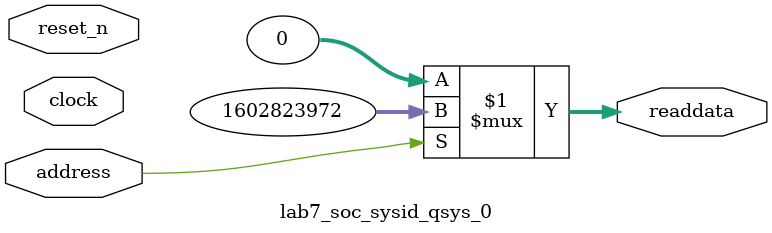
<source format=v>



// synthesis translate_off
`timescale 1ns / 1ps
// synthesis translate_on

// turn off superfluous verilog processor warnings 
// altera message_level Level1 
// altera message_off 10034 10035 10036 10037 10230 10240 10030 

module lab7_soc_sysid_qsys_0 (
               // inputs:
                address,
                clock,
                reset_n,

               // outputs:
                readdata
             )
;

  output  [ 31: 0] readdata;
  input            address;
  input            clock;
  input            reset_n;

  wire    [ 31: 0] readdata;
  //control_slave, which is an e_avalon_slave
  assign readdata = address ? 1602823972 : 0;

endmodule



</source>
